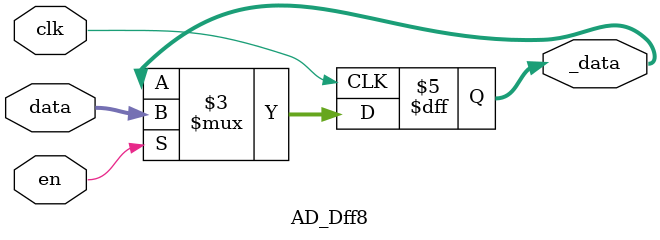
<source format=v>
module AD_Dff8(clk, en, data, _data);
input clk, en;
input [7:0] data;
output reg [7:0] _data;

always @(posedge clk) begin 
  if(en) begin
	 _data <= data;
  end else begin
    _data <= _data;
  end
end

endmodule 
</source>
